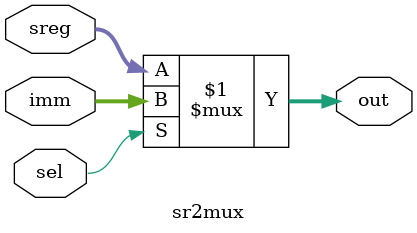
<source format=v>
module sr2mux( imm, sreg, sel, out);

    input wire [15:0] imm; // immediate value
    input wire [15:0] sreg; // source register
    input wire sel; // select
    output wire [15:0] out; // output

    // TODO: `define the values of select
    assign out = sel ? imm : sreg;

endmodule

</source>
